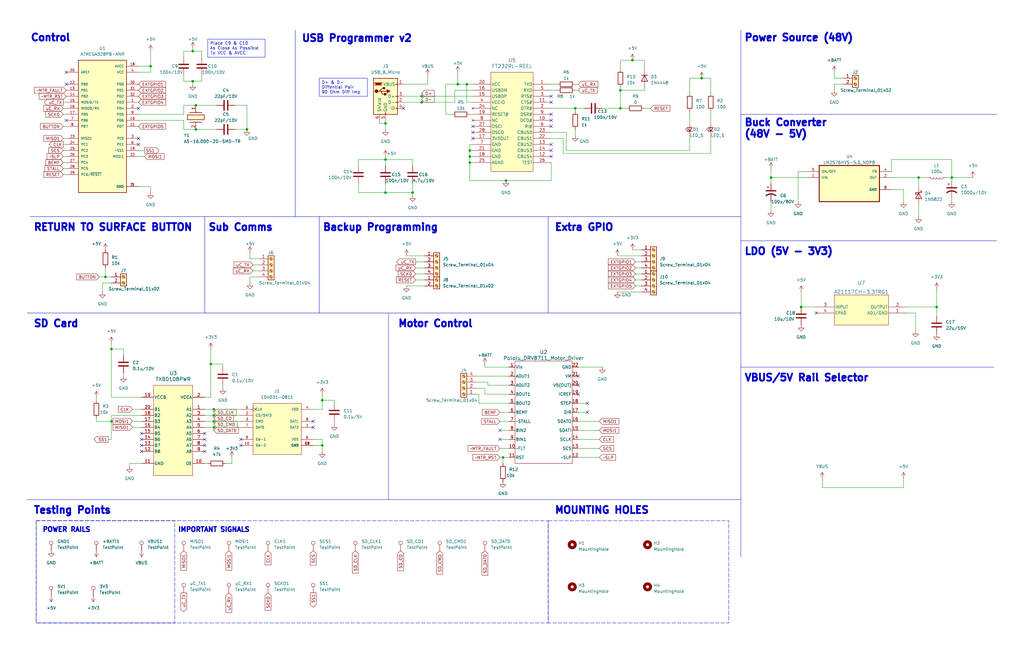
<source format=kicad_sch>
(kicad_sch (version 20230121) (generator eeschema)
  (paper "B")
  (title_block (title "WaveWise Buoy Schematic") (date "2023-10-14") (rev "Rev1"))
  (junction (at 295.91 33.02))
  (junction (at 196.85 35.56))
  (junction (at 135.89 168.91))
  (junction (at 213.36 76.2))
  (junction (at 325.12 74.93))
  (junction (at 387.35 74.93))
  (junction (at 82.55 44.45))
  (junction (at 90.17 172.72))
  (junction (at 177.8 43.18))
  (junction (at 63.5 27.94))
  (junction (at 46.99 177.8))
  (junction (at 135.89 187.96))
  (junction (at 261.62 38.1))
  (junction (at 212.09 193.04))
  (junction (at 82.55 54.61))
  (junction (at 198.12 68.58))
  (junction (at 162.56 52.07))
  (junction (at 162.56 67.31))
  (junction (at 81.28 21.59))
  (junction (at 242.57 45.72))
  (junction (at 193.04 35.56))
  (junction (at 104.14 54.61))
  (junction (at 177.8 40.64))
  (junction (at 198.12 66.04))
  (junction (at 266.7 25.4))
  (junction (at 162.56 81.28))
  (junction (at 81.28 34.29))
  (junction (at 401.32 74.93))
  (junction (at 88.9 153.67))
  (junction (at 90.17 180.34))
  (junction (at 394.97 129.54))
  (junction (at 46.99 147.32))
  (junction (at 173.99 81.28))
  (junction (at 198.12 63.5))
  (junction (at 337.82 129.54))
  (junction (at 261.62 45.72))
  (junction (at 90.17 177.8))
  (junction (at 90.17 175.26))
  (junction (at 44.45 116.84))
  (no_connect (at 27.94 50.8))
  (no_connect (at 59.69 190.5))
  (no_connect (at 86.36 185.42))
  (no_connect (at 232.41 60.96))
  (no_connect (at 58.42 60.96))
  (no_connect (at 199.39 53.34))
  (no_connect (at 199.39 55.88))
  (no_connect (at 86.36 187.96))
  (no_connect (at 210.82 181.61))
  (no_connect (at 232.41 43.18))
  (no_connect (at 247.65 170.18))
  (no_connect (at 101.6 185.42))
  (no_connect (at 132.08 180.34))
  (no_connect (at 247.65 173.99))
  (no_connect (at 27.94 30.48))
  (no_connect (at 58.42 58.42))
  (no_connect (at 59.69 185.42))
  (no_connect (at 232.41 50.8))
  (no_connect (at 27.94 35.56))
  (no_connect (at 344.17 132.08))
  (no_connect (at 59.69 182.88))
  (no_connect (at 58.42 45.72))
  (no_connect (at 243.84 158.75))
  (no_connect (at 59.69 187.96))
  (no_connect (at 232.41 48.26))
  (no_connect (at 199.39 58.42))
  (no_connect (at 232.41 63.5))
  (no_connect (at 86.36 190.5))
  (no_connect (at 232.41 53.34))
  (no_connect (at 170.18 45.72))
  (no_connect (at 210.82 185.42))
  (no_connect (at 243.84 162.56))
  (no_connect (at 232.41 40.64))
  (no_connect (at 101.6 187.96))
  (no_connect (at 232.41 66.04))
  (no_connect (at 243.84 166.37))
  (no_connect (at 86.36 182.88))
  (no_connect (at 132.08 177.8))
  (polyline (pts (xy 312.42 101.6) (xy 420.37 101.6)))
  (wire (pts (xy 177.8 39.37) (xy 177.8 40.64)))
  (wire (pts (xy 63.5 78.74) (xy 63.5 81.28)))
  (wire (pts (xy 105.41 116.84) (xy 109.22 116.84)))
  (wire (pts (xy 82.55 54.61) (xy 82.55 52.07)))
  (wire (pts (xy 26.67 43.18) (xy 27.94 43.18)))
  (wire (pts (xy 210.82 193.04) (xy 212.09 193.04)))
  (wire (pts (xy 162.56 81.28) (xy 173.99 81.28)))
  (wire (pts (xy 52.07 149.86) (xy 52.07 147.32)))
  (wire (pts (xy 170.18 43.18) (xy 177.8 43.18)))
  (wire (pts (xy 170.18 40.64) (xy 177.8 40.64)))
  (wire (pts (xy 44.45 116.84) (xy 46.99 116.84)))
  (wire (pts (xy 90.17 176.53) (xy 90.17 175.26)))
  (wire (pts (xy 198.12 66.04) (xy 198.12 68.58)))
  (wire (pts (xy 375.92 74.93) (xy 387.35 74.93)))
  (wire (pts (xy 237.49 58.42) (xy 232.41 58.42)))
  (wire (pts (xy 88.9 167.64) (xy 88.9 153.67)))
  (wire (pts (xy 40.64 177.8) (xy 46.99 177.8)))
  (wire (pts (xy 200.66 158.75) (xy 214.63 158.75)))
  (wire (pts (xy 151.13 69.85) (xy 151.13 67.31)))
  (wire (pts (xy 85.09 21.59) (xy 85.09 24.13)))
  (wire (pts (xy 60.96 63.5) (xy 58.42 63.5)))
  (wire (pts (xy 198.12 76.2) (xy 213.36 76.2)))
  (wire (pts (xy 171.45 120.65) (xy 179.07 120.65)))
  (wire (pts (xy 254 45.72) (xy 261.62 45.72)))
  (wire (pts (xy 214.63 170.18) (xy 201.93 170.18)))
  (wire (pts (xy 243.84 193.04) (xy 252.73 193.04)))
  (polyline (pts (xy 86.36 91.44) (xy 86.36 132.08)))
  (wire (pts (xy 162.56 50.8) (xy 162.56 52.07)))
  (wire (pts (xy 299.72 33.02) (xy 295.91 33.02)))
  (wire (pts (xy 58.42 27.94) (xy 63.5 27.94)))
  (wire (pts (xy 46.99 177.8) (xy 46.99 185.42)))
  (wire (pts (xy 267.97 110.49) (xy 270.51 110.49)))
  (wire (pts (xy 382.27 129.54) (xy 394.97 129.54)))
  (wire (pts (xy 88.9 147.32) (xy 88.9 153.67)))
  (wire (pts (xy 26.67 58.42) (xy 27.94 58.42)))
  (wire (pts (xy 205.74 162.56) (xy 214.63 162.56)))
  (wire (pts (xy 387.35 74.93) (xy 391.16 74.93)))
  (wire (pts (xy 201.93 170.18) (xy 201.93 166.37)))
  (wire (pts (xy 238.76 55.88) (xy 232.41 55.88)))
  (wire (pts (xy 77.47 44.45) (xy 82.55 44.45)))
  (wire (pts (xy 86.36 195.58) (xy 87.63 195.58)))
  (wire (pts (xy 204.47 166.37) (xy 214.63 166.37)))
  (wire (pts (xy 180.34 31.75) (xy 180.34 35.56)))
  (wire (pts (xy 86.36 167.64) (xy 88.9 167.64)))
  (wire (pts (xy 26.67 63.5) (xy 27.94 63.5)))
  (wire (pts (xy 135.89 168.91) (xy 135.89 172.72)))
  (wire (pts (xy 44.45 113.03) (xy 44.45 116.84)))
  (wire (pts (xy 58.42 48.26) (xy 77.47 48.26)))
  (wire (pts (xy 162.56 67.31) (xy 173.99 67.31)))
  (wire (pts (xy 199.39 63.5) (xy 198.12 63.5)))
  (wire (pts (xy 63.5 27.94) (xy 63.5 30.48)))
  (wire (pts (xy 213.36 76.2) (xy 232.41 76.2)))
  (wire (pts (xy 132.08 187.96) (xy 135.89 187.96)))
  (wire (pts (xy 344.17 129.54) (xy 337.82 129.54)))
  (wire (pts (xy 77.47 31.75) (xy 77.47 34.29)))
  (wire (pts (xy 40.64 168.91) (xy 40.64 167.64)))
  (wire (pts (xy 266.7 105.41) (xy 270.51 105.41)))
  (wire (pts (xy 242.57 45.72) (xy 242.57 46.99)))
  (wire (pts (xy 210.82 189.23) (xy 214.63 189.23)))
  (wire (pts (xy 171.45 107.95) (xy 179.07 107.95)))
  (wire (pts (xy 204.47 154.94) (xy 214.63 154.94)))
  (wire (pts (xy 212.09 193.04) (xy 212.09 195.58)))
  (wire (pts (xy 398.78 74.93) (xy 401.32 74.93)))
  (wire (pts (xy 93.98 154.94) (xy 93.98 153.67)))
  (wire (pts (xy 26.67 45.72) (xy 27.94 45.72)))
  (wire (pts (xy 325.12 74.93) (xy 340.36 74.93)))
  (wire (pts (xy 290.83 57.15) (xy 290.83 63.5)))
  (wire (pts (xy 261.62 38.1) (xy 261.62 45.72)))
  (wire (pts (xy 238.76 63.5) (xy 238.76 55.88)))
  (wire (pts (xy 346.71 201.93) (xy 346.71 205.74)))
  (wire (pts (xy 198.12 60.96) (xy 198.12 63.5)))
  (wire (pts (xy 325.12 74.93) (xy 325.12 77.47)))
  (wire (pts (xy 394.97 133.35) (xy 394.97 129.54)))
  (wire (pts (xy 381 201.93) (xy 381 205.74)))
  (wire (pts (xy 243.84 177.8) (xy 252.73 177.8)))
  (wire (pts (xy 60.96 66.04) (xy 58.42 66.04)))
  (wire (pts (xy 26.67 68.58) (xy 27.94 68.58)))
  (wire (pts (xy 43.18 119.38) (xy 46.99 119.38)))
  (wire (pts (xy 199.39 66.04) (xy 198.12 66.04)))
  (wire (pts (xy 261.62 36.83) (xy 261.62 38.1)))
  (wire (pts (xy 135.89 187.96) (xy 135.89 185.42)))
  (wire (pts (xy 93.98 163.83) (xy 93.98 162.56)))
  (wire (pts (xy 382.27 132.08) (xy 386.08 132.08)))
  (polyline (pts (xy 11.43 132.08) (xy 312.42 132.08)))
  (wire (pts (xy 267.97 118.11) (xy 270.51 118.11)))
  (wire (pts (xy 26.67 71.12) (xy 27.94 71.12)))
  (wire (pts (xy 325.12 85.09) (xy 325.12 88.9)))
  (wire (pts (xy 77.47 34.29) (xy 81.28 34.29)))
  (wire (pts (xy 243.84 189.23) (xy 252.73 189.23)))
  (polyline (pts (xy 11.43 210.82) (xy 312.42 210.82)))
  (wire (pts (xy 26.67 53.34) (xy 27.94 53.34)))
  (wire (pts (xy 105.41 106.68) (xy 105.41 109.22)))
  (wire (pts (xy 260.35 123.19) (xy 270.51 123.19)))
  (polyline (pts (xy 124.46 12.7) (xy 124.46 91.44)))
  (wire (pts (xy 55.88 172.72) (xy 59.69 172.72)))
  (wire (pts (xy 243.84 154.94) (xy 254 154.94)))
  (wire (pts (xy 243.84 173.99) (xy 247.65 173.99)))
  (wire (pts (xy 90.17 181.61) (xy 90.17 180.34)))
  (wire (pts (xy 290.83 46.99) (xy 290.83 52.07)))
  (wire (pts (xy 90.17 180.34) (xy 101.6 180.34)))
  (wire (pts (xy 81.28 21.59) (xy 81.28 20.32)))
  (wire (pts (xy 90.17 177.8) (xy 101.6 177.8)))
  (wire (pts (xy 267.97 115.57) (xy 270.51 115.57)))
  (wire (pts (xy 295.91 33.02) (xy 290.83 33.02)))
  (wire (pts (xy 90.17 173.99) (xy 90.17 172.72)))
  (wire (pts (xy 177.8 41.91) (xy 177.8 43.18)))
  (wire (pts (xy 151.13 67.31) (xy 162.56 67.31)))
  (wire (pts (xy 340.36 72.39) (xy 336.55 72.39)))
  (wire (pts (xy 394.97 129.54) (xy 394.97 121.92)))
  (wire (pts (xy 90.17 172.72) (xy 101.6 172.72)))
  (wire (pts (xy 261.62 38.1) (xy 271.78 38.1)))
  (wire (pts (xy 140.97 179.07) (xy 140.97 177.8)))
  (wire (pts (xy 351.79 35.56) (xy 355.6 35.56)))
  (wire (pts (xy 26.67 73.66) (xy 27.94 73.66)))
  (wire (pts (xy 196.85 35.56) (xy 199.39 35.56)))
  (wire (pts (xy 173.99 81.28) (xy 173.99 82.55)))
  (wire (pts (xy 237.49 58.42) (xy 237.49 64.77)))
  (wire (pts (xy 46.99 177.8) (xy 46.99 175.26)))
  (wire (pts (xy 175.26 118.11) (xy 179.07 118.11)))
  (wire (pts (xy 95.25 195.58) (xy 97.79 195.58)))
  (wire (pts (xy 105.41 119.38) (xy 105.41 116.84)))
  (wire (pts (xy 58.42 30.48) (xy 63.5 30.48)))
  (wire (pts (xy 210.82 185.42) (xy 214.63 185.42)))
  (wire (pts (xy 86.36 177.8) (xy 90.17 177.8)))
  (wire (pts (xy 242.57 45.72) (xy 246.38 45.72)))
  (wire (pts (xy 210.82 181.61) (xy 214.63 181.61)))
  (wire (pts (xy 267.97 120.65) (xy 270.51 120.65)))
  (wire (pts (xy 106.68 114.3) (xy 109.22 114.3)))
  (wire (pts (xy 104.14 44.45) (xy 99.06 44.45)))
  (wire (pts (xy 232.41 35.56) (xy 234.95 35.56)))
  (wire (pts (xy 336.55 72.39) (xy 336.55 85.09)))
  (wire (pts (xy 266.7 25.4) (xy 271.78 25.4)))
  (wire (pts (xy 196.85 35.56) (xy 196.85 43.18)))
  (wire (pts (xy 40.64 176.53) (xy 40.64 177.8)))
  (wire (pts (xy 271.78 36.83) (xy 271.78 38.1)))
  (wire (pts (xy 191.77 38.1) (xy 191.77 43.18)))
  (wire (pts (xy 46.99 144.78) (xy 46.99 147.32)))
  (wire (pts (xy 162.56 67.31) (xy 162.56 66.04)))
  (wire (pts (xy 105.41 109.22) (xy 109.22 109.22)))
  (wire (pts (xy 81.28 34.29) (xy 81.28 35.56)))
  (wire (pts (xy 82.55 54.61) (xy 91.44 54.61)))
  (wire (pts (xy 243.84 185.42) (xy 252.73 185.42)))
  (wire (pts (xy 237.49 64.77) (xy 299.72 64.77)))
  (wire (pts (xy 45.72 185.42) (xy 46.99 185.42)))
  (wire (pts (xy 242.57 38.1) (xy 243.84 38.1)))
  (wire (pts (xy 26.67 48.26) (xy 27.94 48.26)))
  (wire (pts (xy 204.47 163.83) (xy 200.66 163.83)))
  (wire (pts (xy 355.6 33.02) (xy 351.79 33.02)))
  (wire (pts (xy 41.91 116.84) (xy 44.45 116.84)))
  (wire (pts (xy 162.56 81.28) (xy 162.56 77.47)))
  (wire (pts (xy 26.67 60.96) (xy 27.94 60.96)))
  (wire (pts (xy 325.12 71.12) (xy 325.12 74.93)))
  (wire (pts (xy 205.74 161.29) (xy 200.66 161.29)))
  (wire (pts (xy 260.35 107.95) (xy 270.51 107.95)))
  (wire (pts (xy 243.84 181.61) (xy 252.73 181.61)))
  (polyline (pts (xy 12.7 91.44) (xy 312.42 91.44)))
  (wire (pts (xy 175.26 110.49) (xy 179.07 110.49)))
  (wire (pts (xy 351.79 38.1) (xy 351.79 35.56)))
  (wire (pts (xy 177.8 40.64) (xy 199.39 40.64)))
  (wire (pts (xy 193.04 35.56) (xy 196.85 35.56)))
  (wire (pts (xy 187.96 35.56) (xy 193.04 35.56)))
  (wire (pts (xy 351.79 33.02) (xy 351.79 30.48)))
  (wire (pts (xy 261.62 25.4) (xy 266.7 25.4)))
  (wire (pts (xy 299.72 46.99) (xy 299.72 52.07)))
  (wire (pts (xy 173.99 67.31) (xy 173.99 69.85)))
  (wire (pts (xy 160.02 50.8) (xy 160.02 52.07)))
  (wire (pts (xy 187.96 48.26) (xy 190.5 48.26)))
  (wire (pts (xy 46.99 147.32) (xy 46.99 167.64)))
  (wire (pts (xy 54.61 195.58) (xy 59.69 195.58)))
  (wire (pts (xy 160.02 52.07) (xy 162.56 52.07)))
  (wire (pts (xy 198.12 63.5) (xy 198.12 66.04)))
  (wire (pts (xy 198.12 48.26) (xy 199.39 48.26)))
  (polyline (pts (xy 312.42 154.94) (xy 419.1 154.94)))
  (wire (pts (xy 52.07 158.75) (xy 52.07 157.48)))
  (wire (pts (xy 401.32 74.93) (xy 401.32 67.31)))
  (wire (pts (xy 81.28 21.59) (xy 85.09 21.59)))
  (wire (pts (xy 205.74 162.56) (xy 205.74 161.29)))
  (wire (pts (xy 104.14 44.45) (xy 104.14 54.61)))
  (wire (pts (xy 386.08 132.08) (xy 386.08 139.7)))
  (wire (pts (xy 90.17 179.07) (xy 90.17 177.8)))
  (wire (pts (xy 58.42 50.8) (xy 77.47 50.8)))
  (wire (pts (xy 204.47 154.94) (xy 204.47 153.67)))
  (wire (pts (xy 63.5 27.94) (xy 63.5 21.59)))
  (wire (pts (xy 135.89 168.91) (xy 140.97 168.91)))
  (wire (pts (xy 90.17 175.26) (xy 101.6 175.26)))
  (wire (pts (xy 59.69 167.64) (xy 46.99 167.64)))
  (wire (pts (xy 106.68 111.76) (xy 109.22 111.76)))
  (polyline (pts (xy 231.14 91.44) (xy 231.14 132.08)))
  (wire (pts (xy 86.36 180.34) (xy 90.17 180.34)))
  (wire (pts (xy 88.9 153.67) (xy 93.98 153.67)))
  (wire (pts (xy 77.47 24.13) (xy 77.47 21.59)))
  (wire (pts (xy 82.55 44.45) (xy 91.44 44.45)))
  (wire (pts (xy 401.32 67.31) (xy 375.92 67.31)))
  (wire (pts (xy 173.99 81.28) (xy 173.99 77.47)))
  (wire (pts (xy 26.67 66.04) (xy 27.94 66.04)))
  (wire (pts (xy 232.41 68.58) (xy 232.41 76.2)))
  (wire (pts (xy 375.92 80.01) (xy 381 80.01)))
  (polyline (pts (xy 312.42 48.26) (xy 420.37 48.26)))
  (wire (pts (xy 201.93 166.37) (xy 200.66 166.37)))
  (wire (pts (xy 346.71 205.74) (xy 381 205.74)))
  (wire (pts (xy 170.18 35.56) (xy 180.34 35.56)))
  (wire (pts (xy 261.62 45.72) (xy 264.16 45.72)))
  (wire (pts (xy 97.79 193.04) (xy 97.79 195.58)))
  (wire (pts (xy 55.88 180.34) (xy 59.69 180.34)))
  (wire (pts (xy 238.76 63.5) (xy 290.83 63.5)))
  (polyline (pts (xy 134.62 91.44) (xy 134.62 132.08)))
  (wire (pts (xy 199.39 68.58) (xy 198.12 68.58)))
  (wire (pts (xy 401.32 74.93) (xy 401.32 76.2)))
  (wire (pts (xy 77.47 54.61) (xy 82.55 54.61)))
  (wire (pts (xy 261.62 25.4) (xy 261.62 29.21)))
  (wire (pts (xy 77.47 44.45) (xy 77.47 48.26)))
  (wire (pts (xy 290.83 33.02) (xy 290.83 39.37)))
  (wire (pts (xy 212.09 193.04) (xy 214.63 193.04)))
  (wire (pts (xy 151.13 77.47) (xy 151.13 81.28)))
  (wire (pts (xy 375.92 67.31) (xy 375.92 72.39)))
  (wire (pts (xy 151.13 81.28) (xy 162.56 81.28)))
  (wire (pts (xy 210.82 173.99) (xy 214.63 173.99)))
  (wire (pts (xy 177.8 43.18) (xy 191.77 43.18)))
  (wire (pts (xy 81.28 34.29) (xy 85.09 34.29)))
  (wire (pts (xy 77.47 21.59) (xy 81.28 21.59)))
  (wire (pts (xy 198.12 60.96) (xy 199.39 60.96)))
  (wire (pts (xy 135.89 166.37) (xy 135.89 168.91)))
  (wire (pts (xy 271.78 25.4) (xy 271.78 29.21)))
  (wire (pts (xy 43.18 123.19) (xy 43.18 119.38)))
  (wire (pts (xy 381 80.01) (xy 381 85.09)))
  (wire (pts (xy 135.89 172.72) (xy 132.08 172.72)))
  (wire (pts (xy 135.89 190.5) (xy 135.89 187.96)))
  (wire (pts (xy 58.42 78.74) (xy 63.5 78.74)))
  (wire (pts (xy 77.47 50.8) (xy 77.47 54.61)))
  (wire (pts (xy 175.26 113.03) (xy 179.07 113.03)))
  (wire (pts (xy 387.35 86.36) (xy 387.35 91.44)))
  (wire (pts (xy 401.32 83.82) (xy 401.32 85.09)))
  (wire (pts (xy 54.61 195.58) (xy 54.61 196.85)))
  (wire (pts (xy 387.35 74.93) (xy 387.35 78.74)))
  (wire (pts (xy 140.97 170.18) (xy 140.97 168.91)))
  (wire (pts (xy 242.57 54.61) (xy 242.57 57.15)))
  (wire (pts (xy 55.88 177.8) (xy 59.69 177.8)))
  (wire (pts (xy 299.72 57.15) (xy 299.72 64.77)))
  (wire (pts (xy 135.89 185.42) (xy 132.08 185.42)))
  (wire (pts (xy 337.82 123.19) (xy 337.82 129.54)))
  (wire (pts (xy 99.06 54.61) (xy 104.14 54.61)))
  (wire (pts (xy 162.56 52.07) (xy 162.56 54.61)))
  (wire (pts (xy 86.36 172.72) (xy 90.17 172.72)))
  (wire (pts (xy 187.96 35.56) (xy 187.96 48.26)))
  (wire (pts (xy 46.99 175.26) (xy 59.69 175.26)))
  (wire (pts (xy 232.41 38.1) (xy 234.95 38.1)))
  (wire (pts (xy 191.77 38.1) (xy 199.39 38.1)))
  (wire (pts (xy 271.78 45.72) (xy 274.32 45.72)))
  (wire (pts (xy 198.12 68.58) (xy 198.12 76.2)))
  (wire (pts (xy 210.82 177.8) (xy 214.63 177.8)))
  (wire (pts (xy 401.32 74.93) (xy 410.21 74.93)))
  (wire (pts (xy 204.47 166.37) (xy 204.47 163.83)))
  (polyline (pts (xy 163.83 132.08) (xy 163.83 210.82)))
  (wire (pts (xy 232.41 45.72) (xy 242.57 45.72)))
  (wire (pts (xy 46.99 147.32) (xy 52.07 147.32)))
  (wire (pts (xy 196.85 43.18) (xy 199.39 43.18)))
  (wire (pts (xy 299.72 33.02) (xy 299.72 39.37)))
  (wire (pts (xy 85.09 34.29) (xy 85.09 31.75)))
  (wire (pts (xy 267.97 113.03) (xy 270.51 113.03)))
  (wire (pts (xy 242.57 35.56) (xy 243.84 35.56)))
  (polyline (pts (xy 312.42 12.7) (xy 312.42 234.95)))
  (wire (pts (xy 86.36 175.26) (xy 90.17 175.26)))
  (wire (pts (xy 162.56 67.31) (xy 162.56 69.85)))
  (wire (pts (xy 243.84 170.18) (xy 247.65 170.18)))
  (wire (pts (xy 193.04 30.48) (xy 193.04 35.56)))
  (wire (pts (xy 175.26 115.57) (xy 179.07 115.57)))
  (rectangle (start 15.24 219.71) (end 231.14 262.89) (stroke (width 0) (type dash)))
  (rectangle (start 231.14 219.71) (end 307.34 262.89) (stroke (width 0) (type dash)))
  (rectangle (start 15.24 219.71) (end 73.66 262.89) (stroke (width 0) (type dash)))
  (text_box "D+ & D- \nDiffential Pair\n90 Ohm Diff Imp" (at 134.62 33.02 0) (size 20.32 7.62) (effects (font (size 1.27 1.27)) (justify left top)))
  (text_box "Place C9 & C10\nAs Close As Possible\nTo VCC & AVCC" (at 87.63 16.51 0) (size 24.13 7.62) (effects (font (size 1.27 1.27)) (justify left top)))
  (text "RETURN TO SURFACE BUTTON\n" (at 13.97 97.79 0) (effects (font (size 3 3) (thickness 1) bold) (justify left bottom)))
  (text "MOUNTING HOLES\n" (at 233.68 217.17 0) (effects (font (size 3 3) (thickness 1) bold) (justify left bottom)))
  (text "USB Programmer v2\n\n" (at 127 22.86 0) (effects (font (size 3 3) (thickness 1) bold) (justify left bottom)))
  (text "(kicad_pcb (version 20221018) (generator pcbnew)\n\n(layers\n  (0 \"F.Cu\" signal)\n  (1 \"In1.Cu\" signal)\n  (2 \"In2.Cu\" signal)\n  (31 \"B.Cu\" signal)\n  (32 \"B.Adhes\" user \"B.Adhesive\")\n  (33 \"F.Adhes\" user \"F.Adhesive\")\n  (34 \"B.Paste\" user)\n  (35 \"F.Paste\" user)\n  (36 \"B.SilkS\" user \"B.Silkscreen\")\n  (37 \"F.SilkS\" user \"F.Silkscreen\")\n  (38 \"B.Mask\" user)\n  (39 \"F.Mask\" user)\n  (40 \"Dwgs.User\" user \"User.Drawings\")\n  (41 \"Cmts.User\" user \"User.Comments\")\n  (42 \"Eco1.User\" user \"User.Eco1\")\n  (43 \"Eco2.User\" user \"User.Eco2\")\n  (44 \"Edge.Cuts\" user)\n  (45 \"Margin\" user)\n  (46 \"B.CrtYd\" user \"B.Courtyard\")\n  (47 \"F.CrtYd\" user \"F.Courtyard\")\n  (48 \"B.Fab\" user)\n  (49 \"F.Fab\" user)\n  (50 \"User.1\" user)\n  (51 \"User.2\" user)\n  (52 \"User.3\" user)\n  (53 \"User.4\" user)\n  (54 \"User.5\" user)\n  (55 \"User.6\" user)\n  (56 \"User.7\" user)\n  (57 \"User.8\" user)\n  (58 \"User.9\" user)\n)\n\n(net 0 \"\")\n(net 1 \"+3V3\")\n(net 2 \"GND\")\n(net 3 \"+5V\")\n(net 4 \"Net-(U2-VM)\")\n(net 5 \"Net-(U5-3V3OUT)\")\n(net 6 \"Net-(U5-DTR#)\")\n(net 7 \"RESET\")\n(net 8 \"SD_CS\")\n(net 9 \"Net-(U3-OE)\")\n(net 10 \"Net-(J3-VBUS)\")\n(net 11 \"Net-(U5-RESET#)\")\n(net 12 \"+BATT\")\n(net 13 \"Net-(J4-Pin_4)\")\n(net 14 \"Net-(J4-Pin_3)\")\n(net 15 \"Net-(J4-Pin_2)\")\n(net 16 \"Net-(J4-Pin_1)\")\n(net 17 \"BEMF\")\n(net 18 \"STALL\")\n(net 19 \"unconnected-(U2-BIN2-Pad8)\")\n(net 20 \"unconnected-(U2-BIN1-Pad9)\")\n(net 21 \"~MTR_FAULT\")\n(net 22 \"~MTR_RST\")\n(net 23 \"~SLP\")\n(net 24 \"SCS\")\n(net 25 \"CLK\")\n(net 26 \"MOSI\")\n(net 27 \"MISO\")\n(net 28 \"unconnected-(U2-DIR-Pad17)\")\n(net 29 \"unconnected-(U2-STEP-Pad18)\")\n(net 30 \"unconnected-(U2-ICREF-Pad19)\")\n(net 31 \"unconnected-(U2-V5(OUT)-Pad20)\")\n(net 32 \"unconnected-(J1-DAT1-Pad8)\")\n(net 33 \"Net-(J1-DAT0)\")\n(net 34 \"Net-(J1-CLK)\")\n(net 35 \"Net-(J1-CMD)\")\n(net 36 \"Net-(J1-CD{slash}DAT3)\")\n(net 37 \"unconnected-(J1-DAT2-Pad1)\")\n(net 38 \"unconnected-(J1-SW-1-Pad9)\")\n(net 39 \"unconnected-(J1-SW-2-Pad10)\")\n(net 40 \"Net-(J3-D-)\")\n(net 41 \"Net-(J3-D+)\")\n(net 42 \"unconnected-(J3-ID-Pad4)\")\n(net 43 \"uC_TX\")\n(net 44 \"uC_RX\")\n(net 45 \"SCK0\")\n(net 46 \"BUTTON\")\n(net 47 \"unconnected-(U1-PD3-Pad1)\")\n(net 48 \"unconnected-(U1-PD4-Pad2)\")\n(net 49 \"unconnected-(U1-PE0-Pad3)\")\n(net 50 \"unconnected-(U1-PE1-Pad6)\")\n(net 51 \"unconnected-(U1-PB6-Pad7)\")\n(net 52 \"unconnected-(U1-PD5-Pad9)\")\n(net 53 \"unconnected-(U1-PD6-Pad10)\")\n(net 54 \"unconnected-(U1-PD7-Pad11)\")\n(net 55 \"unconnected-(U1-PB0-Pad12)\")\n(net 56 \"unconnected-(U1-PB1-Pad13)\")\n(net 57 \"unconnected-(U1-PB2-Pad14)\")\n(net 58 \"unconnected-(U1-AVCC-Pad18)\")\n(net 59 \"SS1\")\n(net 60 \"unconnected-(U1-AREF-Pad20)\")\n(net 61 \"MOSI1\")\n(net 62 \"MISO1\")\n(net 63 \"unconnected-(U1-PD0-Pad30)\")\n(net 64 \"unconnected-(U1-PD1-Pad31)\")\n(net 65 \"unconnected-(U1-PD2-Pad32)\")\n(net 66 \"unconnected-(U3-A5-Pad6)\")\n(net 67 \"unconnected-(U3-A6-Pad7)\")\n(net 68 \"unconnected-(U3-A7-Pad8)\")\n(net 69 \"unconnected-(U3-A8-Pad9)\")\n(net 70 \"unconnected-(U3-B8-Pad12)\")\n(net 71 \"unconnected-(U3-B7-Pad13)\")\n(net 72 \"unconnected-(U3-B6-Pad14)\")\n(net 73 \"unconnected-(U3-B5-Pad15)\")\n(net 74 \"unconnected-(U5-RTS#-Pad3)\")\n(net 75 \"unconnected-(U5-RI#-Pad6)\")\n(net 76 \"unconnected-(U5-NC-Pad8)\")\n(net 77 \"unconnected-(U5-DSR#-Pad9)\")\n(net 78 \"unconnected-(U5-DCD#-Pad10)\")\n(net 79 \"unconnected-(U5-CTS#-Pad11)\")\n(net 80 \"unconnected-(U5-CBUS4-Pad12)\")\n(net 81 \"unconnected-(U5-CBUS2-Pad13)\")\n(net 82 \"unconnected-(U5-CBUS3-Pad14)\")\n(net 83 \"unconnected-(U5-CBUS1-Pad22)\")\n(net 84 \"unconnected-(U5-CBUS0-Pad23)\")\n(net 85 \"unconnected-(U5-NC-Pad24)\")\n(net 86 \"unconnected-(U5-OSCI-Pad27)\")\n(net 87 \"unconnected-(U5-OSCO-Pad28)\")\n(net 88 \"unconnected-(U7-EPAD-Pad4)\")\n(net 89 \"Net-(U4-OUT)\")\n\n\n  (via (at 0 0) (size 0.8) (drill 0.4) (layers \"F.Cu\" \"B.Cu\") (free) (net 2) (tstamp 0e4dd49a-e013-4c39-9b4a-fe2f9c0951b4))\n\n)" (at 171.45 -83.82 0) (effects (font (size 1.27 1.27)) (justify left bottom)))
  (text "Testing Points" (at 13.97 217.17 0) (effects (font (size 3 3) (thickness 1) bold) (justify left bottom)))
  (text "Sub Comms" (at 87.63 97.79 0) (effects (font (size 3 3) (thickness 1) bold) (justify left bottom)))
  (text "IMPORTANT SIGNALS" (at 74.93 224.79 0) (effects (font (size 2 2) (thickness 1) bold) (justify left bottom)))
  (text "Extra GPIO" (at 233.68 97.79 0) (effects (font (size 3 3) (thickness 1) bold) (justify left bottom)))
  (text "Buck Converter \n(48V - 5V)\n" (at 313.69 58.42 0) (effects (font (size 3 3) (thickness 1) bold) (justify left bottom)))
  (text "LDO (5V - 3V3)\n" (at 313.69 107.95 0) (effects (font (size 3 3) (thickness 1) bold) (justify left bottom)))
  (text "POWER RAILS" (at 17.78 224.79 0) (effects (font (size 2 2) (thickness 1) bold) (justify left bottom)))
  (text "SD Card\n" (at 13.97 138.43 0) (effects (font (size 3 3) (thickness 1) bold) (justify left bottom)))
  (text "VBUS/5V Rail Selector\n" (at 313.69 161.29 0) (effects (font (size 3 3) (thickness 1) bold) (justify left bottom)))
  (text "Motor Control" (at 167.64 138.43 0) (effects (font (size 3 3) (thickness 1) bold) (justify left bottom)))
  (text "Power Source (48V)" (at 313.69 17.78 0) (effects (font (size 3 3) (thickness 1) bold) (justify left bottom)))
  (text "Control" (at 12.7 17.78 0) (effects (font (size 3 3) (thickness 1) bold) (justify left bottom)))
  (text "Backup Programming\n" (at 135.89 97.79 0) (effects (font (size 3 3) (thickness 1) bold) (justify left bottom)))
  (global_label "~MTR_RST" (shape input) (at 210.82 193.04 180) (property "Intersheetrefs" "${INTERSHEET_REFS}" (effects hide)))
  (global_label "STALL" (shape input) (at 26.67 71.12 180) (property "Intersheetrefs" "${INTERSHEET_REFS}" (effects hide)))
  (global_label "uC_RX" (shape input) (at 175.26 113.03 180) (property "Intersheetrefs" "${INTERSHEET_REFS}" (effects hide)))
  (global_label "SCS" (shape input) (at 26.67 63.5 180) (property "Intersheetrefs" "${INTERSHEET_REFS}" (effects hide)))
  (global_label "SS1" (shape output) (at 45.72 185.42 180) (property "Intersheetrefs" "${INTERSHEET_REFS}" (effects hide)))
  (global_label "SD_DAT0" (shape input) (at 90.17 181.61 0) (property "Intersheetrefs" "${INTERSHEET_REFS}" (effects hide)))
  (global_label "MOSI1" (shape input) (at 96.52 232.41 270) (property "Intersheetrefs" "${INTERSHEET_REFS}" (effects hide)))
  (global_label "~MTR_FAULT" (shape input) (at 210.82 189.23 180) (property "Intersheetrefs" "${INTERSHEET_REFS}" (effects hide)))
  (global_label "CLK" (shape input) (at 113.03 232.41 270) (property "Intersheetrefs" "${INTERSHEET_REFS}" (effects hide)))
  (global_label "RESET" (shape input) (at 175.26 118.11 180) (property "Intersheetrefs" "${INTERSHEET_REFS}" (effects hide)))
  (global_label "EXTGPIO5" (shape input) (at 58.42 53.34 0) (property "Intersheetrefs" "${INTERSHEET_REFS}" (effects hide)))
  (global_label "CLK" (shape input) (at 252.73 185.42 0) (property "Intersheetrefs" "${INTERSHEET_REFS}" (effects hide)))
  (global_label "uC_TX" (shape output) (at 175.26 110.49 180) (property "Intersheetrefs" "${INTERSHEET_REFS}" (effects hide)))
  (global_label "EXTGPIO3" (shape input) (at 58.42 40.64 0) (property "Intersheetrefs" "${INTERSHEET_REFS}" (effects hide)))
  (global_label "EXTGPIO1" (shape input) (at 267.97 110.49 180) (property "Intersheetrefs" "${INTERSHEET_REFS}" (effects hide)))
  (global_label "uC_TX" (shape input) (at 106.68 111.76 180) (property "Intersheetrefs" "${INTERSHEET_REFS}" (effects hide)))
  (global_label "uC_RX" (shape input) (at 96.52 250.19 270) (property "Intersheetrefs" "${INTERSHEET_REFS}" (effects hide)))
  (global_label "BEMF" (shape input) (at 26.67 68.58 180) (property "Intersheetrefs" "${INTERSHEET_REFS}" (effects hide)))
  (global_label "RESET" (shape input) (at 26.67 73.66 180) (property "Intersheetrefs" "${INTERSHEET_REFS}" (effects hide)))
  (global_label "uC_RX" (shape input) (at 106.68 114.3 180) (property "Intersheetrefs" "${INTERSHEET_REFS}" (effects hide)))
  (global_label "EXTGPIO2" (shape input) (at 267.97 113.03 180) (property "Intersheetrefs" "${INTERSHEET_REFS}" (effects hide)))
  (global_label "SCK0" (shape input) (at 26.67 48.26 180) (property "Intersheetrefs" "${INTERSHEET_REFS}" (effects hide)))
  (global_label "SD_CD" (shape input) (at 90.17 176.53 0) (property "Intersheetrefs" "${INTERSHEET_REFS}" (effects hide)))
  (global_label "EXTGPIO4" (shape input) (at 58.42 43.18 0) (property "Intersheetrefs" "${INTERSHEET_REFS}" (effects hide)))
  (global_label "EXTGPIO5" (shape input) (at 267.97 120.65 180) (property "Intersheetrefs" "${INTERSHEET_REFS}" (effects hide)))
  (global_label "SCS" (shape input) (at 132.08 232.41 270) (property "Intersheetrefs" "${INTERSHEET_REFS}" (effects hide)))
  (global_label "~SLP" (shape input) (at 252.73 193.04 0) (property "Intersheetrefs" "${INTERSHEET_REFS}" (effects hide)))
  (global_label "~MTR_RST" (shape input) (at 27.94 40.64 180) (property "Intersheetrefs" "${INTERSHEET_REFS}" (effects hide)))
  (global_label "D+" (shape input) (at 177.8 39.37 0) (property "Intersheetrefs" "${INTERSHEET_REFS}" (effects hide)))
  (global_label "SD_DAT0" (shape input) (at 204.47 232.41 270) (property "Intersheetrefs" "${INTERSHEET_REFS}" (effects hide)))
  (global_label "SD_CD" (shape input) (at 168.91 232.41 270) (property "Intersheetrefs" "${INTERSHEET_REFS}" (effects hide)))
  (global_label "MISO1" (shape input) (at 55.88 180.34 180) (property "Intersheetrefs" "${INTERSHEET_REFS}" (effects hide)))
  (global_label "MOSI1" (shape input) (at 252.73 181.61 0) (property "Intersheetrefs" "${INTERSHEET_REFS}" (effects hide)))
  (global_label "BUTTON" (shape input) (at 41.91 116.84 180) (property "Intersheetrefs" "${INTERSHEET_REFS}" (effects hide)))
  (global_label "SCK0" (shape input) (at 175.26 115.57 180) (property "Intersheetrefs" "${INTERSHEET_REFS}" (effects hide)))
  (global_label "uC_TX" (shape output) (at 26.67 43.18 180) (property "Intersheetrefs" "${INTERSHEET_REFS}" (effects hide)))
  (global_label "~SLP" (shape input) (at 26.67 66.04 180) (property "Intersheetrefs" "${INTERSHEET_REFS}" (effects hide)))
  (global_label "uC_TX" (shape input) (at 243.84 38.1 0) (property "Intersheetrefs" "${INTERSHEET_REFS}" (effects hide)))
  (global_label "EXTGPIO4" (shape input) (at 267.97 118.11 180) (property "Intersheetrefs" "${INTERSHEET_REFS}" (effects hide)))
  (global_label "BUTTON" (shape input) (at 26.67 53.34 180) (property "Intersheetrefs" "${INTERSHEET_REFS}" (effects hide)))
  (global_label "uC_RX" (shape input) (at 243.84 35.56 0) (property "Intersheetrefs" "${INTERSHEET_REFS}" (effects hide)))
  (global_label "SS1" (shape output) (at 60.96 63.5 0) (property "Intersheetrefs" "${INTERSHEET_REFS}" (effects hide)))
  (global_label "BEMF" (shape input) (at 210.82 173.99 180) (property "Intersheetrefs" "${INTERSHEET_REFS}" (effects hide)))
  (global_label "RESET" (shape input) (at 274.32 45.72 0) (property "Intersheetrefs" "${INTERSHEET_REFS}" (effects hide)))
  (global_label "STALL" (shape input) (at 210.82 177.8 180) (property "Intersheetrefs" "${INTERSHEET_REFS}" (effects hide)))
  (global_label "MISO1" (shape input) (at 26.67 58.42 180) (property "Intersheetrefs" "${INTERSHEET_REFS}" (effects hide)))
  (global_label "SD_CLK" (shape input) (at 149.86 232.41 270) (property "Intersheetrefs" "${INTERSHEET_REFS}" (effects hide)))
  (global_label "SCK0" (shape input) (at 113.03 250.19 270) (property "Intersheetrefs" "${INTERSHEET_REFS}" (effects hide)))
  (global_label "SCS" (shape input) (at 252.73 189.23 0) (property "Intersheetrefs" "${INTERSHEET_REFS}" (effects hide)))
  (global_label "~MTR_FAULT" (shape input) (at 27.94 38.1 180) (property "Intersheetrefs" "${INTERSHEET_REFS}" (effects hide)))
  (global_label "MISO1" (shape input) (at 77.47 232.41 270) (property "Intersheetrefs" "${INTERSHEET_REFS}" (effects hide)))
  (global_label "uC_RX" (shape input) (at 26.67 45.72 180) (property "Intersheetrefs" "${INTERSHEET_REFS}" (effects hide)))
  (global_label "MOSI1" (shape input) (at 60.96 66.04 0) (property "Intersheetrefs" "${INTERSHEET_REFS}" (effects hide)))
  (global_label "SS1" (shape output) (at 132.08 250.19 270) (property "Intersheetrefs" "${INTERSHEET_REFS}" (effects hide)))
  (global_label "SD_CMD" (shape input) (at 185.42 232.41 270) (property "Intersheetrefs" "${INTERSHEET_REFS}" (effects hide)))
  (global_label "EXTGPIO1" (shape input) (at 58.42 35.56 0) (property "Intersheetrefs" "${INTERSHEET_REFS}" (effects hide)))
  (global_label "uC_TX" (shape output) (at 77.47 250.19 270) (property "Intersheetrefs" "${INTERSHEET_REFS}" (effects hide)))
  (global_label "MOSI1" (shape input) (at 55.88 177.8 180) (property "Intersheetrefs" "${INTERSHEET_REFS}" (effects hide)))
  (global_label "CLK" (shape input) (at 55.88 172.72 180) (property "Intersheetrefs" "${INTERSHEET_REFS}" (effects hide)))
  (global_label "MISO1" (shape input) (at 252.73 177.8 0) (property "Intersheetrefs" "${INTERSHEET_REFS}" (effects hide)))
  (global_label "EXTGPIO2" (shape input) (at 58.42 38.1 0) (property "Intersheetrefs" "${INTERSHEET_REFS}" (effects hide)))
  (global_label "SD_CLK" (shape input) (at 90.17 173.99 0) (property "Intersheetrefs" "${INTERSHEET_REFS}" (effects hide)))
  (global_label "SD_CMD" (shape input) (at 90.17 179.07 0) (property "Intersheetrefs" "${INTERSHEET_REFS}" (effects hide)))
  (global_label "D-" (shape input) (at 177.8 41.91 0) (property "Intersheetrefs" "${INTERSHEET_REFS}" (effects hide)))
  (global_label "EXTGPIO3" (shape input) (at 267.97 115.57 180) (property "Intersheetrefs" "${INTERSHEET_REFS}" (effects hide)))
  (global_label "CLK" (shape output) (at 26.67 60.96 180) (property "Intersheetrefs" "${INTERSHEET_REFS}" (effects hide)))
  (symbol (lib_id "power:+5V") (at 162.56 66.04 0) (unit 1)
    (property "Reference" "#PWR031" (effects hide))
    (property "Value" "+5V" (at 165.1 64.77 0))
  )
  (symbol (lib_id "power:+3V3") (at 88.9 147.32 0) (unit 1)
    (property "Reference" "#PWR09" (effects hide))
    (property "Value" "+3V3" (at 88.9 142.24 0))
  )
  (symbol (lib_id "Connector:Screw_Terminal_01x04") (at 114.3 111.76 0) (unit 1)
    (property "Reference" "J6" (at 113.03 106.68 0) (effects (justify left)))
    (property "Value" "Screw_Terminal_01x04" (at 109.22 119.38 0) (effects (justify left)))
    (property "Footprint" "Wavewise Footprints WWChecked:ScrewTerminal_01x04_2.54mm" (effects hide))
  )
  (symbol (lib_id "power:VBUS") (at 59.69 232.41 180) (unit 1)
    (property "Reference" "#PWR062" (effects hide))
    (property "Value" "VBUS" (at 59.69 237.49 0))
  )
  (symbol (lib_id "Mechanical:MountingHole") (at 241.3 247.65 0) (unit 1)
    (property "Reference" "H3" (at 243.84 247.015 0) (effects (justify left)))
    (property "Value" "MountingHole" (at 243.84 249.555 0) (effects (justify left)))
    (property "Footprint" "MountingHole:MountingHole_2.5mm" (effects hide))
  )
  (symbol (lib_id "power:GND") (at 162.56 54.61 0) (unit 1)
    (property "Reference" "#PWR033" (effects hide))
    (property "Value" "GND" (at 162.56 59.69 0))
  )
  (symbol (lib_id "power:+5V") (at 171.45 107.95 0) (unit 1)
    (property "Reference" "#PWR046" (effects hide))
    (property "Value" "+5V" (at 171.45 102.87 0))
  )
  (symbol (lib_id "Mechanical:MountingHole") (at 273.05 247.65 0) (unit 1)
    (property "Reference" "H4" (at 275.59 247.015 0) (effects (justify left)))
    (property "Value" "MountingHole" (at 275.59 249.555 0) (effects (justify left)))
    (property "Footprint" "MountingHole:MountingHole_2.5mm" (effects hide))
  )
  (symbol (lib_id "ATMEGA328PB-ANR:ATMEGA328PB-ANR") (at 43.18 53.34 0) (unit 1)
    (property "Reference" "U1" (at 43.18 20.32 0))
    (property "Value" "ATMEGA328PB-ANR" (at 43.18 22.86 0))
    (property "Footprint" "Wavewise Footprints UnChecked:ATMEGA328PB-ANR" (effects hide))
    (property "DigiKey_Part_Number" "ATMEGA328PB-ANRTR-ND" (effects hide))
    (property "MF" "Microchip" (effects hide))
    (property "DESCRIPTION" "IC MCU 8BIT 32KB FLASH 32TQFP" (effects hide))
    (property "PACKAGE" "TQFP-32 Microchip" (effects hide))
    (property "PRICE" "1.35 USD" (effects hide))
    (property "Package" "TQFP-32 Microchip" (effects hide))
    (property "Check_prices" "https://www.snapeda.com/parts/ATMEGA328PB-ANR/Microchip/view-part/?ref=eda" (effects hide))
    (property "SnapEDA_Link" "https://www.snapeda.com/parts/ATMEGA328PB-ANR/Microchip/view-part/?ref=snap" (effects hide))
    (property "MP" "ATMEGA328PB-ANR" (effects hide))
    (property "Description" "\nAVR AVR® ATmega, Functional Safety (FuSa) Microcontroller IC 8-Bit 20MHz 32KB (16K x 16) FLASH 32-TQFP (7x7)\n" (effects hide))
    (property "AVAILABILITY" "Good" (effects hide))
    (property "Purchase-URL" "https://www.snapeda.com/api/url_track_click_mouser/?unipart_id=1227242&manufacturer=Microchip&part_name=ATMEGA328PB-ANR&search_term=None" (effects hide))
  )
  (symbol (lib_id "Connector:TestPoint") (at 21.59 251.46 0) (unit 1)
    (property "Reference" "5V1" (at 24.13 247.523 0) (effects (justify left)))
    (property "Value" "TestPoint" (at 24.13 250.063 0) (effects (justify left)))
    (property "Footprint" "TestPoint:TestPoint_Pad_D1.5mm" (effects hide))
  )
  (symbol (lib_id "Device:R") (at 242.57 50.8 180) (unit 1)
    (property "Reference" "R11" (at 245.11 50.165 0) (effects (justify right)))
    (property "Value" "1k" (at 245.11 52.705 0) (effects (justify right)))
    (property "Footprint" "Resistor_SMD:R_0805_2012Metric" (effects hide))
  )
  (symbol (lib_id "power:+3V3") (at 394.97 121.92 0) (unit 1)
    (property "Reference" "#PWR018" (effects hide))
    (property "Value" "+3V3" (at 394.97 116.84 0))
  )
  (symbol (lib_id "Device:R") (at 299.72 43.18 0) (unit 1)
    (property "Reference" "R2" (at 302.26 42.545 0) (effects (justify left)))
    (property "Value" "100" (at 302.26 45.085 0) (effects (justify left)))
    (property "Footprint" "Resistor_SMD:R_0805_2012Metric" (effects hide))
  )
  (symbol (lib_id "power:GND") (at 43.18 123.19 0) (unit 1)
    (property "Reference" "#PWR030" (effects hide))
    (property "Value" "GND" (at 43.18 128.27 0))
  )
  (symbol (lib_id "power:GND") (at 171.45 120.65 0) (unit 1)
    (property "Reference" "#PWR047" (effects hide))
    (property "Value" "GND" (at 171.45 125.73 0))
  )
  (symbol (lib_id "power:GND") (at 54.61 196.85 0) (unit 1)
    (property "Reference" "#PWR06" (effects hide))
    (property "Value" "GND" (at 54.61 201.93 0))
  )
  (symbol (lib_id "Diode:1N4448") (at 271.78 33.02 270) (unit 1)
    (property "Reference" "D3" (at 274.32 32.385 90) (effects (justify left)))
    (property "Value" "1N4448" (at 274.32 34.925 90) (effects (justify left)))
    (property "Footprint" "Diode_THT:D_DO-35_SOD27_P7.62mm_Horizontal" (effects hide))
    (property "Datasheet" "https://assets.nexperia.com/documents/data-sheet/1N4148_1N4448.pdf" (effects hide))
    (property "Sim.Device" "D" (effects hide))
    (property "Sim.Pins" "1=K 2=A" (effects hide))
  )
  (symbol (lib_id "Connector:TestPoint") (at 204.47 232.41 0) (unit 1)
    (property "Reference" "SD_DAT0" (at 207.01 228.473 0) (effects (justify left)))
    (property "Value" "TestPoint" (at 207.01 231.013 0) (effects (justify left)))
    (property "Footprint" "TestPoint:TestPoint_Pad_D1.5mm" (effects hide))
  )
  (symbol (lib_id "Connector:TestPoint") (at 185.42 232.41 0) (unit 1)
    (property "Reference" "SD_CMD1" (at 187.96 228.473 0) (effects (justify left)))
    (property "Value" "TestPoint" (at 187.96 231.013 0) (effects (justify left)))
    (property "Footprint" "TestPoint:TestPoint_Pad_D1.5mm" (effects hide))
  )
  (symbol (lib_id "Device:R") (at 290.83 43.18 0) (unit 1)
    (property "Reference" "R7" (at 293.37 42.545 0) (effects (justify left)))
    (property "Value" "100" (at 293.37 45.085 0) (effects (justify left)))
    (property "Footprint" "Resistor_SMD:R_0805_2012Metric" (effects hide))
  )
  (symbol (lib_id "power:GND") (at 381 85.09 0) (unit 1)
    (property "Reference" "#PWR020" (effects hide))
    (property "Value" "GND" (at 381 90.17 0))
  )
  (symbol (lib_id "power:GND") (at 140.97 179.07 0) (unit 1)
    (property "Reference" "#PWR025" (effects hide))
    (property "Value" "GND" (at 140.97 184.15 0))
  )
  (symbol (lib_id "Connector:TestPoint") (at 132.08 250.19 0) (unit 1)
    (property "Reference" "SS1" (at 134.62 246.253 0) (effects (justify left)))
    (property "Value" "TestPoint" (at 134.62 248.793 0) (effects (justify left)))
    (property "Footprint" "TestPoint:TestPoint_Pad_D1.5mm" (effects hide))
  )
  (symbol (lib_id "Device:C") (at 394.97 137.16 0) (unit 1)
    (property "Reference" "C17" (at 398.78 135.89 0) (effects (justify left)))
    (property "Value" "22u/10V" (at 398.78 138.43 0) (effects (justify left)))
    (property "Footprint" "Capacitor_SMD:C_0805_2012Metric" (effects hide))
  )
  (symbol (lib_id "power:GND") (at 93.98 163.83 0) (unit 1)
    (property "Reference" "#PWR07" (effects hide))
    (property "Value" "GND" (at 93.98 168.91 0))
  )
  (symbol (lib_id "Device:R") (at 238.76 35.56 90) (unit 1)
    (property "Reference" "R6" (at 238.76 30.48 90))
    (property "Value" "1k" (at 238.76 33.02 90))
    (property "Footprint" "Resistor_SMD:R_0805_2012Metric" (effects hide))
  )
  (symbol (lib_id "power:+3V3") (at 97.79 193.04 0) (unit 1)
    (property "Reference" "#PWR011" (effects hide))
    (property "Value" "+3V3" (at 97.79 189.23 0))
  )
  (symbol (lib_id "power:+5V") (at 46.99 144.78 0) (unit 1)
    (property "Reference" "#PWR05" (effects hide))
    (property "Value" "+5V" (at 46.99 139.7 0))
  )
  (symbol (lib_id "Connector:TestPoint") (at 39.37 251.46 0) (unit 1)
    (property "Reference" "3V3" (at 41.91 247.523 0) (effects (justify left)))
    (property "Value" "TestPoint" (at 41.91 250.063 0) (effects (justify left)))
    (property "Footprint" "TestPoint:TestPoint_Pad_D1.5mm" (effects hide))
  )
  (symbol (lib_id "Device:C") (at 77.47 27.94 0) (unit 1)
    (property "Reference" "C9" (at 72.39 27.94 0) (effects (justify left)))
    (property "Value" "100n/10V" (at 67.31 30.48 0) (effects (justify left)))
    (property "Footprint" "Capacitor_SMD:C_0805_2012Metric" (effects hide))
  )
  (symbol (lib_id "power:GND") (at 386.08 139.7 0) (unit 1)
    (property "Reference" "#PWR034" (effects hide))
    (property "Value" "GND" (at 386.08 144.78 0))
  )
  (symbol (lib_id "Device:R") (at 44.45 109.22 0) (unit 1)
    (property "Reference" "R1" (at 46.99 108.585 0) (effects (justify left)))
    (property "Value" "10k" (at 46.99 111.125 0) (effects (justify left)))
    (property "Footprint" "Resistor_SMD:R_0805_2012Metric" (effects hide))
  )
  (symbol (lib_id "Device:LED_Small") (at 299.72 54.61 90) (unit 1)
    (property "Reference" "D2" (at 300.99 54.61 90) (effects (justify right)))
    (property "Value" "LED_S" (at 299.72 57.15 90) (effects (justify right)))
    (property "Footprint" "LED_THT:LED_D3.0mm" (effects hide))
  )
  (symbol (lib_id "power:+5V") (at 44.45 105.41 0) (unit 1)
    (property "Reference" "#PWR038" (effects hide))
    (property "Value" "+5V" (at 40.64 102.87 0))
  )
  (symbol (lib_id "Connector:Screw_Terminal_01x02") (at 360.68 33.02 0) (unit 1)
    (property "Reference" "J2" (at 359.41 30.48 0) (effects (justify left)))
    (property "Value" "Screw_Terminal_01x02" (at 354.33 38.1 0) (effects (justify left)))
    (property "Footprint" "Wavewise Footprints WWChecked:ScrewTerminal_01x02_2.54mm" (effects hide))
  )
  (symbol (lib_id "power:+3V3") (at 135.89 166.37 0) (unit 1)
    (property "Reference" "#PWR010" (effects hide))
    (property "Value" "+3V3" (at 135.89 161.29 0))
  )
  (symbol (lib_id "power:GND") (at 254 154.94 0) (unit 1)
    (property "Reference" "#PWR014" (effects hide))
    (property "Value" "GND" (at 254 160.02 0))
  )
  (symbol (lib_id "Device:C") (at 250.19 45.72 90) (unit 1)
    (property "Reference" "C13" (at 254 46.99 90))
    (property "Value" "100n/10V" (at 255.27 49.53 90))
    (property "Footprint" "Capacitor_SMD:C_0805_2012Metric" (effects hide))
  )
  (symbol (lib_id "power:+5V") (at 337.82 123.19 0) (unit 1)
    (property "Reference" "#PWR026" (effects hide))
    (property "Value" "+5V" (at 337.82 118.11 0))
  )
  (symbol (lib_id "power:+5V") (at 295.91 33.02 0) (unit 1)
    (property "Reference" "#PWR041" (effects hide))
    (property "Value" "+5V" (at 295.91 27.94 0))
  )
  (symbol (lib_id "Connector:TestPoint") (at 77.47 250.19 0) (unit 1)
    (property "Reference" "uC_TX1" (at 80.01 246.253 0) (effects (justify left)))
    (property "Value" "TestPoint" (at 80.01 248.793 0) (effects (justify left)))
    (property "Footprint" "TestPoint:TestPoint_Pad_D1.5mm" (effects hide))
  )
  (symbol (lib_id "power:+5V") (at 81.28 20.32 0) (unit 1)
    (property "Reference" "#PWR064" (effects hide))
    (property "Value" "+5V" (at 81.28 16.51 0))
  )
  (symbol (lib_id "Device:C") (at 95.25 54.61 90) (unit 1)
    (property "Reference" "C5" (at 95.25 48.26 90))
    (property "Value" "22pF/10V" (at 95.25 50.8 90))
    (property "Footprint" "Capacitor_SMD:C_0805_2012Metric" (effects hide))
  )
  (symbol (lib_id "Device:R") (at 261.62 33.02 180) (unit 1)
    (property "Reference" "R10" (at 264.16 32.385 0) (effects (justify right)))
    (property "Value" "10k" (at 264.16 34.925 0) (effects (justify right)))
    (property "Footprint" "Resistor_SMD:R_0805_2012Metric" (effects hide))
  )
  (symbol (lib_name "C_Polarized_US_1") (lib_id "Device:C_Polarized_US") (at 325.12 81.28 0) (unit 1)
    (property "Reference" "C6" (at 328.93 82.55 0) (effects (justify left)))
    (property "Value" "100u/80V" (at 325.12 85.09 0) (effects (justify left)))
    (property "Footprint" "Wavewise Footprints UnChecked:100uF_80V_Cap" (effects hide))
  )
  (symbol (lib_id "power:+5V") (at 260.35 107.95 0) (unit 1)
    (property "Reference" "#PWR050" (effects hide))
    (property "Value" "+5V" (at 260.35 102.87 0))
  )
  (symbol (lib_id "Connector:Screw_Terminal_01x02") (at 52.07 116.84 0) (unit 1)
    (property "Reference" "J7" (at 50.8 114.3 0) (effects (justify left)))
    (property "Value" "Screw_Terminal_01x02" (at 45.72 121.92 0) (effects (justify left)))
    (property "Footprint" "Wavewise Footprints WWChecked:ScrewTerminal_01x02_2.54mm" (effects hide))
  )
  (symbol (lib_id "Device:C") (at 162.56 73.66 0) (unit 1)
    (property "Reference" "C15" (at 165.1 73.66 0) (effects (justify left)))
    (property "Value" "100n/10V" (at 162.56 76.2 0) (effects (justify left)))
    (property "Footprint" "Capacitor_SMD:C_0805_2012Metric" (effects hide))
  )
  (symbol (lib_id "Device:R") (at 40.64 172.72 0) (unit 1)
    (property "Reference" "R3" (at 43.18 171.45 0) (effects (justify left)))
    (property "Value" "10k" (at 45.72 173.99 0) (effects (justify right)))
    (property "Footprint" "Resistor_SMD:R_0805_2012Metric" (effects hide))
  )
  (symbol (lib_id "power:GND") (at 337.82 137.16 0) (unit 1)
    (property "Reference" "#PWR036" (effects hide))
    (property "Value" "GND" (at 337.82 142.24 0))
  )
  (symbol (lib_id "Connector:USB_B_Micro") (at 162.56 40.64 0) (unit 1)
    (property "Reference" "J3" (at 162.56 27.94 0))
    (property "Value" "USB_B_Micro" (at 162.56 30.48 0))
    (property "Footprint" "Wavewise Footprints WWChecked:MicroUSB_Mount" (effects hide))
  )
  (symbol (lib_id "Mechanical:MountingHole") (at 241.3 229.87 0) (unit 1)
    (property "Reference" "H1" (at 243.84 229.235 0) (effects (justify left)))
    (property "Value" "MountingHole" (at 243.84 231.775 0) (effects (justify left)))
    (property "Footprint" "MountingHole:MountingHole_2.5mm" (effects hide))
  )
  (symbol (lib_id "power:GND") (at 260.35 123.19 0) (unit 1)
    (property "Reference" "#PWR049" (effects hide))
    (property "Value" "GND" (at 264.16 124.46 0))
  )
  (symbol (lib_id "power:+5V") (at 40.64 167.64 0) (unit 1)
    (property "Reference" "#PWR017" (effects hide))
    (property "Value" "+5V" (at 40.64 162.56 0))
  )
  (symbol (lib_id "Device:C") (at 337.82 133.35 0) (unit 1)
    (property "Reference" "C18" (at 331.47 132.08 0) (effects (justify left)))
    (property "Value" "10u/10V" (at 326.39 134.62 0) (effects (justify left)))
    (property "Footprint" "Capacitor_SMD:C_0805_2012Metric" (effects hide))
  )
  (symbol (lib_id "power:+5V") (at 105.41 106.68 0) (unit 1)
    (property "Reference" "#PWR016" (effects hide))
    (property "Value" "+5V" (at 105.41 102.87 0))
  )
  (symbol (lib_id "Device:R") (at 212.09 199.39 0) (unit 1)
    (property "Reference" "R12" (at 214.63 198.12 0) (effects (justify left)))
    (property "Value" "10k" (at 217.17 200.66 0) (effects (justify right)))
    (property "Footprint" "Resistor_SMD:R_0805_2012Metric" (effects hide))
  )
  (symbol (lib_id "power:+5V") (at 21.59 251.46 180) (unit 1)
    (property "Reference" "#PWR044" (effects hide))
    (property "Value" "+5V" (at 21.59 256.54 0))
  )
  (symbol (lib_id "power:GND") (at 242.57 57.15 0) (unit 1)
    (property "Reference" "#PWR055" (effects hide))
    (property "Value" "GND" (at 246.38 59.69 0))
  )
  (symbol (lib_id "Device:R") (at 194.31 48.26 90) (unit 1)
    (property "Reference" "R5" (at 194.31 43.18 90))
    (property "Value" "10k" (at 194.31 45.72 90))
    (property "Footprint" "Resistor_SMD:R_0805_2012Metric" (effects hide))
  )
  (symbol (lib_id "power:GND") (at 387.35 91.44 0) (unit 1)
    (property "Reference" "#PWR022" (effects hide))
    (property "Value" "GND" (at 387.35 96.52 0))
  )
  (symbol (lib_id "LM2576S-12_NOPB:LM2576S-12_NOPB") (at 358.14 77.47 0) (unit 1)
    (property "Reference" "U4" (at 358.14 66.04 0))
    (property "Value" "LM2576HVS-5.0_NOPB" (at 358.14 68.58 0))
    (property "Footprint" "Wavewise Footprints UnChecked:LM2576S-12_NOPB" (effects hide))
    (property "DigiKey_Part_Number" "LM2576S-12/NOPB-ND" (effects hide))
    (property "MF" "Texas Instruments" (effects hide))
    (property "Purchase-URL" "https://www.snapeda.com/api/url_track_click_mouser/?unipart_id=470772&manufacturer=Texas Instruments&part_name=LM2576S-12/NOPB&search_term=None" (effects hide))
    (property "Package" "TO-263-5 Texas Instruments" (effects hide))
    (property "SnapEDA_Link" "https://www.snapeda.com/parts/LM2576S-12/NOPB/Texas+Instruments/view-part/?ref=snap" (effects hide))
    (property "MP" "LM2576S-12/NOPB" (effects hide))
    (property "Description" "\nSIMPLE SWITCHER&reg; 40V, 3A Low Component Count Step-Down Regulator\n" (effects hide))
    (property "Check_prices" "https://www.snapeda.com/parts/LM2576S-12/NOPB/Texas+Instruments/view-part/?ref=eda" (effects hide))
  )
  (symbol (lib_id "Connector:TestPoint") (at 21.59 232.41 0) (unit 1)
    (property "Reference" "GND1" (at 24.13 228.473 0) (effects (justify left)))
    (property "Value" "TestPoint" (at 24.13 231.013 0) (effects (justify left)))
    (property "Footprint" "TestPoint:TestPoint_Pad_D1.5mm" (effects hide))
  )
  (symbol (lib_id "power:GND") (at 173.99 82.55 0) (unit 1)
    (property "Reference" "#PWR032" (effects hide))
    (property "Value" "GND" (at 173.99 87.63 0))
  )
  (symbol (lib_id "FT232RL:FT232RL-REEL") (at 217.17 49.53 0) (unit 1)
    (property "Reference" "U5" (at 215.9 25.4 0) (effects (font (size 1.524 1.524))))
    (property "Value" "FT232RL-REEL" (at 215.9 27.94 0) (effects (font (size 1.524 1.524))))
    (property "Footprint" "Wavewise Footprints UnChecked:IC28_SSOP-28_FTD" (effects hide))
    (property "Datasheet" "FT232RL-REEL" (effects hide))
  )
  (symbol (lib_id "power:+5V") (at 63.5 21.59 0) (unit 1)
    (property "Reference" "#PWR01" (effects hide))
    (property "Value" "+5V" (at 63.5 16.51 0))
  )
  (symbol (lib_id "Connector:TestPoint") (at 40.64 232.41 0) (unit 1)
    (property "Reference" "+BATT1" (at 43.18 228.473 0) (effects (justify left)))
    (property "Value" "TestPoint" (at 43.18 231.013 0) (effects (justify left)))
    (property "Footprint" "TestPoint:TestPoint_Pad_D1.5mm" (effects hide))
  )
  (symbol (lib_id "Device:C") (at 85.09 27.94 0) (unit 1)
    (property "Reference" "C10" (at 87.63 27.94 0) (effects (justify left)))
    (property "Value" "100n/10V" (at 85.09 30.48 0) (effects (justify left)))
    (property "Footprint" "Capacitor_SMD:C_0805_2012Metric" (effects hide))
  )
  (symbol (lib_id "power:GND") (at 21.59 232.41 0) (unit 1)
    (property "Reference" "#PWR042" (effects hide))
    (property "Value" "GND" (at 21.59 237.49 0))
  )
  (symbol (lib_id "Connector:TestPoint") (at 149.86 232.41 0) (unit 1)
    (property "Reference" "SD_CLK1" (at 152.4 228.473 0) (effects (justify left)))
    (property "Value" "TestPoint" (at 152.4 231.013 0) (effects (justify left)))
    (property "Footprint" "TestPoint:TestPoint_Pad_D1.5mm" (effects hide))
  )
  (symbol (lib_id "Device:LED_Small") (at 290.83 54.61 90) (unit 1)
    (property "Reference" "D1" (at 292.1 54.61 90) (effects (justify right)))
    (property "Value" "LED_S" (at 290.83 57.15 90) (effects (justify right)))
    (property "Footprint" "LED_THT:LED_D3.0mm" (effects hide))
  )
  (symbol (lib_id "Connector:Screw_Terminal_01x04") (at 275.59 107.95 0) (unit 1)
    (property "Reference" "J9" (at 278.13 109.22 0) (effects (justify left)))
    (property "Value" "Screw_Terminal_01x04" (at 278.13 111.76 0) (effects (justify left)))
    (property "Footprint" "Wavewise Footprints WWChecked:ScrewTerminal_01x04_2.54mm" (effects hide))
  )
  (symbol (lib_id "Diode:1N5822") (at 387.35 82.55 270) (unit 1)
    (property "Reference" "D4" (at 389.89 81.5975 90) (effects (justify left)))
    (property "Value" "1N5822" (at 389.89 84.1375 90) (effects (justify left)))
    (property "Footprint" "Diode_THT:D_DO-201AD_P15.24mm_Horizontal" (effects hide))
    (property "Datasheet" "http://www.vishay.com/docs/88526/1n5820.pdf" (effects hide))
  )
  (symbol (lib_id "power:GND") (at 212.09 203.2 0) (unit 1)
    (property "Reference" "#PWR065" (effects hide))
    (property "Value" "GND" (at 212.09 208.28 0))
  )
  (symbol (lib_id "AZ1117CH-3.3TRG1:AZ1117CH-3.3TRG1") (at 363.22 132.08 180) (unit 1)
    (property "Reference" "U7" (at 363.22 119.38 0) (effects (font (size 1.524 1.524))))
    (property "Value" "AZ1117CH-3.3TRG1" (at 363.22 123.19 0) (effects (font (size 1.524 1.524))))
    (property "Footprint" "Wavewise Footprints UnChecked:SOT-223_DIO" (effects hide))
    (property "Datasheet" "AZ1117CH-3.3TRG1" (effects hide))
  )
  (symbol (lib_id "Pololu_Motor_Driver:Pololu_DRV8711_Motor_Driver") (at 207.01 149.86 0) (unit 1)
    (property "Reference" "U2" (at 229.235 148.59 0) (effects (font (size 1.524 1.524))))
    (property "Value" "Pololu_DRV8711_Motor_Driver" (at 229.235 151.13 0) (effects (font (size 1.524 1.524))))
    (property "Footprint" "Wavewise Footprints UnChecked:POLOLU_36v4" (effects hide))
  )
  (symbol (lib_id "Connector:TestPoint") (at 59.69 232.41 0) (unit 1)
    (property "Reference" "VBUS1" (at 62.23 228.473 0) (effects (justify left)))
    (property "Value" "TestPoint" (at 62.23 231.013 0) (effects (justify left)))
    (property "Footprint" "TestPoint:TestPoint_Pad_D1.5mm" (effects hide))
  )
  (symbol (lib_id "TXB0108PWR:TXB0108PWR") (at 73.66 180.34 0) (mirror y) (unit 1)
    (property "Reference" "U3" (at 73.025 157.48 0) (effects (font (size 1.524 1.524))))
    (property "Value" "TXB0108PWR" (at 73.025 160.02 0) (effects (font (size 1.524 1.524))))
    (property "Footprint" "Wavewise Footprints UnChecked:SOP65P640X120-20N" (effects hide))
    (property "Datasheet" "TXB0108PWR" (effects hide))
  )
  (symbol (lib_id "power:+BATT") (at 40.64 232.41 180) (unit 1)
    (property "Reference" "#PWR043" (effects hide))
    (property "Value" "+BATT" (at 40.64 237.49 0))
  )
  (symbol (lib_id "power:GND") (at 394.97 140.97 0) (unit 1)
    (property "Reference" "#PWR035" (effects hide))
    (property "Value" "GND" (at 394.97 146.05 0))
  )
  (symbol (lib_id "Device:C") (at 140.97 173.99 0) (unit 1)
    (property "Reference" "C11" (at 144.78 173.355 0) (effects (justify left)))
    (property "Value" "0.1u/5V" (at 144.78 175.895 0) (effects (justify left)))
    (property "Footprint" "Capacitor_SMD:C_0805_2012Metric" (effects hide))
  )
  (symbol (lib_id "Connector:TestPoint") (at 113.03 250.19 0) (unit 1)
    (property "Reference" "SCKO1" (at 115.57 246.253 0) (effects (justify left)))
    (property "Value" "TestPoint" (at 115.57 248.793 0) (effects (justify left)))
    (property "Footprint" "TestPoint:TestPoint_Pad_D1.5mm" (effects hide))
  )
  (symbol (lib_id "Device:C") (at 52.07 153.67 0) (unit 1)
    (property "Reference" "C2" (at 55.88 153.035 0) (effects (justify left)))
    (property "Value" "0.1u/10V" (at 55.88 155.575 0) (effects (justify left)))
    (property "Footprint" "Capacitor_SMD:C_0805_2012Metric" (effects hide))
  )
  (symbol (lib_id "Device:C") (at 95.25 44.45 270) (unit 1)
    (property "Reference" "C4" (at 95.25 38.1 90))
    (property "Value" "22pF/10V" (at 95.25 40.64 90))
    (property "Footprint" "Capacitor_SMD:C_0805_2012Metric" (effects hide))
  )
  (symbol (lib_id "power:+5V") (at 266.7 25.4 0) (unit 1)
    (property "Reference" "#PWR054" (effects hide))
    (property "Value" "+5V" (at 266.7 20.32 0))
  )
  (symbol (lib_id "power:GND") (at 52.07 158.75 0) (unit 1)
    (property "Reference" "#PWR08" (effects hide))
    (property "Value" "GND" (at 52.07 163.83 0))
  )
  (symbol (lib_id "power:GND") (at 401.32 85.09 0) (unit 1)
    (property "Reference" "#PWR024" (effects hide))
    (property "Value" "GND" (at 401.32 90.17 0))
  )
  (symbol (lib_id "Device:R") (at 238.76 38.1 270) (unit 1)
    (property "Reference" "R8" (at 236.22 40.64 90))
    (property "Value" "1k" (at 241.3 40.64 90))
    (property "Footprint" "Resistor_SMD:R_0805_2012Metric" (effects hide))
  )
  (symbol (lib_id "power:GND") (at 104.14 54.61 0) (unit 1)
    (property "Reference" "#PWR039" (effects hide))
    (property "Value" "GND" (at 106.68 58.42 0))
  )
  (symbol (lib_id "Connector:Screw_Terminal_01x02") (at 184.15 118.11 0) (unit 1)
    (property "Reference" "J8" (at 186.69 118.11 0) (effects (justify left)))
    (property "Value" "Screw_Terminal_01x02" (at 186.69 120.65 0) (effects (justify left)))
    (property "Footprint" "Wavewise Footprints WWChecked:ScrewTerminal_01x02_2.54mm" (effects hide))
  )
  (symbol (lib_id "power:+BATT") (at 325.12 71.12 0) (unit 1)
    (property "Reference" "#PWR037" (effects hide))
    (property "Value" "+BATT" (at 325.12 67.31 0))
  )
  (symbol (lib_id "Connector:Screw_Terminal_01x04") (at 195.58 163.83 180) (unit 1)
    (property "Reference" "J4" (at 195.58 156.21 0))
    (property "Value" "Screw_Terminal_01x04" (at 190.5 168.91 0))
    (property "Footprint" "Wavewise Footprints WWChecked:ScrewTerminal_01x04_2.54mm" (effects hide))
  )
  (symbol (lib_id "Device:R") (at 267.97 45.72 90) (unit 1)
    (property "Reference" "R9" (at 267.97 40.64 90))
    (property "Value" "0" (at 267.97 43.18 90))
    (property "Footprint" "Resistor_SMD:R_0805_2012Metric" (effects hide))
  )
  (symbol (lib_id "power:+5V") (at 193.04 30.48 0) (unit 1)
    (property "Reference" "#PWR052" (effects hide))
    (property "Value" "+5V" (at 193.04 26.67 0))
  )
  (symbol (lib_id "power:+5V") (at 381 201.93 0) (unit 1)
    (property "Reference" "#PWR059" (effects hide))
    (property "Value" "+5V" (at 381 196.85 0))
  )
  (symbol (lib_id "power:GND") (at 336.55 85.09 0) (unit 1)
    (property "Reference" "#PWR021" (effects hide))
    (property "Value" "GND" (at 336.55 90.17 0))
  )
  (symbol (lib_id "Device:R") (at 91.44 195.58 90) (unit 1)
    (property "Reference" "R4" (at 91.44 189.23 90))
    (property "Value" "47k" (at 91.44 191.77 90))
    (property "Footprint" "Resistor_SMD:R_0805_2012Metric" (effects hide))
  )
  (symbol (lib_id "Connector:TestPoint") (at 96.52 250.19 0) (unit 1)
    (property "Reference" "uC_RX1" (at 99.06 246.253 0) (effects (justify left)))
    (property "Value" "TestPoint" (at 99.06 248.793 0) (effects (justify left)))
    (property "Footprint" "TestPoint:TestPoint_Pad_D1.5mm" (effects hide))
  )
  (symbol (lib_id "power:GND") (at 135.89 190.5 0) (unit 1)
    (property "Reference" "#PWR03" (effects hide))
    (property "Value" "GND" (at 135.89 195.58 0))
  )
  (symbol (lib_id "Device:C") (at 151.13 73.66 0) (unit 1)
    (property "Reference" "C14" (at 144.78 72.39 0) (effects (justify left)))
    (property "Value" "100n/10V" (at 138.43 74.93 0) (effects (justify left)))
    (property "Footprint" "Capacitor_SMD:C_0805_2012Metric" (effects hide))
  )
  (symbol (lib_id "power:VBUS") (at 180.34 31.75 0) (unit 1)
    (property "Reference" "#PWR027" (effects hide))
    (property "Value" "VBUS" (at 180.34 27.94 0))
  )
  (symbol (lib_id "power:GND") (at 105.41 119.38 0) (unit 1)
    (property "Reference" "#PWR015" (effects hide))
    (property "Value" "GND" (at 105.41 124.46 0))
  )
  (symbol (lib_id "power:GND") (at 325.12 88.9 0) (unit 1)
    (property "Reference" "#PWR019" (effects hide))
    (property "Value" "GND" (at 325.12 93.98 0))
  )
  (symbol (lib_id "power:+3V3") (at 39.37 251.46 180) (unit 1)
    (property "Reference" "#PWR045" (effects hide))
    (property "Value" "+3V3" (at 39.37 256.54 0))
  )
  (symbol (lib_id "Connector:TestPoint") (at 113.03 232.41 0) (unit 1)
    (property "Reference" "CLK1" (at 115.57 228.473 0) (effects (justify left)))
    (property "Value" "TestPoint" (at 115.57 231.013 0) (effects (justify left)))
    (property "Footprint" "TestPoint:TestPoint_Pad_D1.5mm" (effects hide))
  )
  (symbol (lib_id "Mechanical:MountingHole") (at 273.05 229.87 0) (unit 1)
    (property "Reference" "H2" (at 275.59 229.235 0) (effects (justify left)))
    (property "Value" "MountingHole" (at 275.59 231.775 0) (effects (justify left)))
    (property "Footprint" "MountingHole:MountingHole_2.5mm" (effects hide))
  )
  (symbol (lib_id "Device:C_Polarized_US") (at 401.32 80.01 0) (unit 1)
    (property "Reference" "C3" (at 405.13 78.74 0) (effects (justify left)))
    (property "Value" "1000u/10V" (at 405.13 81.28 0) (effects (justify left)))
    (property "Footprint" "Wavewise Footprints UnChecked:1000uF_10V_Cap" (effects hide))
  )
  (symbol (lib_id "Connector:Screw_Terminal_01x04") (at 184.15 110.49 0) (unit 1)
    (property "Reference" "J5" (at 186.69 109.22 0) (effects (justify left)))
    (property "Value" "Screw_Terminal_01x04" (at 186.69 111.76 0) (effects (justify left)))
    (property "Footprint" "Wavewise Footprints WWChecked:ScrewTerminal_01x04_2.54mm" (effects hide))
  )
  (symbol (lib_id "Connector:TestPoint") (at 77.47 232.41 0) (unit 1)
    (property "Reference" "MISO1" (at 80.01 228.473 0) (effects (justify left)))
    (property "Value" "TestPoint" (at 80.01 231.013 0) (effects (justify left)))
    (property "Footprint" "TestPoint:TestPoint_Pad_D1.5mm" (effects hide))
  )
  (symbol (lib_id "Connector:Screw_Terminal_01x04") (at 275.59 118.11 0) (unit 1)
    (property "Reference" "J10" (at 278.13 116.84 0) (effects (justify left)))
    (property "Value" "Screw_Terminal_01x04" (at 278.13 119.38 0) (effects (justify left)))
    (property "Footprint" "Wavewise Footprints WWChecked:ScrewTerminal_01x04_2.54mm" (effects hide))
  )
  (symbol (lib_id "Device:C") (at 93.98 158.75 0) (unit 1)
    (property "Reference" "C1" (at 97.79 158.115 0) (effects (justify left)))
    (property "Value" "0.1u/10V" (at 97.79 160.655 0) (effects (justify left)))
    (property "Footprint" "Capacitor_SMD:C_0805_2012Metric" (effects hide))
  )
  (symbol (lib_id "power:GND") (at 351.79 38.1 0) (unit 1)
    (property "Reference" "#PWR012" (effects hide))
    (property "Value" "GND" (at 351.79 43.18 0))
  )
  (symbol (lib_id "power:GND") (at 213.36 76.2 0) (unit 1)
    (property "Reference" "#PWR029" (effects hide))
    (property "Value" "GND" (at 213.36 81.28 0))
  )
  (symbol (lib_id "Device:L") (at 394.97 74.93 270) (unit 1)
    (property "Reference" "L1" (at 394.97 69.85 90))
    (property "Value" "100u" (at 394.97 72.39 90))
    (property "Footprint" "Wavewise Footprints UnChecked:IND_ETQP5M101YGK" (effects hide))
  )
  (symbol (lib_id "power:+5V") (at 410.21 74.93 0) (unit 1)
    (property "Reference" "#PWR023" (effects hide))
    (property "Value" "+5V" (at 410.21 69.85 0))
  )
  (symbol (lib_id "Connector:TestPoint") (at 168.91 232.41 0) (unit 1)
    (property "Reference" "SD_CD1" (at 171.45 228.473 0) (effects (justify left)))
    (property "Value" "TestPoint" (at 171.45 231.013 0) (effects (justify left)))
    (property "Footprint" "TestPoint:TestPoint_Pad_D1.5mm" (effects hide))
  )
  (symbol (lib_id "power:+BATT") (at 351.79 30.48 0) (unit 1)
    (property "Reference" "#PWR04" (effects hide))
    (property "Value" "+BATT" (at 351.79 25.4 0))
  )
  (symbol (lib_id "power:GND") (at 63.5 81.28 0) (unit 1)
    (property "Reference" "#PWR02" (effects hide))
    (property "Value" "GND" (at 63.5 86.36 0))
  )
  (symbol (lib_id "power:VBUS") (at 346.71 201.93 0) (unit 1)
    (property "Reference" "#PWR056" (effects hide))
    (property "Value" "VBUS" (at 346.71 196.85 0))
  )
  (symbol (lib_id "Connector:TestPoint") (at 132.08 232.41 0) (unit 1)
    (property "Reference" "SCS1" (at 134.62 228.473 0) (effects (justify left)))
    (property "Value" "TestPoint" (at 134.62 231.013 0) (effects (justify left)))
    (property "Footprint" "TestPoint:TestPoint_Pad_D1.5mm" (effects hide))
  )
  (symbol (lib_id "power:+BATT") (at 204.47 153.67 0) (unit 1)
    (property "Reference" "#PWR013" (effects hide))
    (property "Value" "+BATT" (at 204.47 149.86 0))
  )
  (symbol (lib_id "power:+3V3") (at 266.7 105.41 0) (unit 1)
    (property "Reference" "#PWR048" (effects hide))
    (property "Value" "+3V3" (at 266.7 100.33 0))
  )
  (symbol (lib_id "Device:C") (at 173.99 73.66 0) (unit 1)
    (property "Reference" "C16" (at 176.53 73.66 0) (effects (justify left)))
    (property "Value" "4.7u/10V" (at 173.99 76.2 0) (effects (justify left)))
    (property "Footprint" "Capacitor_SMD:C_0805_2012Metric" (effects hide))
  )
  (symbol (lib_id "SD_Mount:104031-0811") (at 118.11 180.34 0) (unit 1)
    (property "Reference" "J1" (at 116.84 165.1 0))
    (property "Value" "104031-0811" (at 116.84 167.64 0))
    (property "Footprint" "Wavewise Footprints UnChecked:SD_Mount" (effects hide))
    (property "MF" "Molex" (effects hide))
    (property "MAXIMUM_PACKAGE_HEIGHT" "1.57mm" (effects hide))
    (property "Package" "None" (effects hide))
    (property "Price" "None" (effects hide))
    (property "Check_prices" "https://www.snapeda.com/parts/104031-0811/Molex/view-part/?ref=eda" (effects hide))
    (property "STANDARD" "Manufacturer Recommendations" (effects hide))
    (property "PARTREV" "B2" (effects hide))
    (property "SnapEDA_Link" "https://www.snapeda.com/parts/104031-0811/Molex/view-part/?ref=snap" (effects hide))
    (property "MP" "104031-0811" (effects hide))
    (property "Purchase-URL" "https://www.snapeda.com/api/url_track_click_mouser/?unipart_id=301764&manufacturer=Molex&part_name=104031-0811&search_term=microsd card mount" (effects hide))
    (property "Description" "\nSurface Mount Micro SD Card Connector, with Push In Termination | Molex Incorporated 104031-0811\n" (effects hide))
    (property "Availability" "In Stock" (effects hide))
    (property "MANUFACTURER" "Molex" (effects hide))
  )
  (symbol (lib_id "power:GND") (at 81.28 35.56 0) (unit 1)
    (property "Reference" "#PWR063" (effects hide))
    (property "Value" "GND" (at 81.28 40.64 0))
  )
  (symbol (lib_id "Connector:TestPoint") (at 96.52 232.41 0) (unit 1)
    (property "Reference" "MOSI1" (at 99.06 228.473 0) (effects (justify left)))
    (property "Value" "TestPoint" (at 99.06 231.013 0) (effects (justify left)))
    (property "Footprint" "TestPoint:TestPoint_Pad_D1.5mm" (effects hide))
  )
  (symbol (lib_id "Oscillator_16:AS-16.000-20-SMD-TR") (at 82.55 44.45 270) (unit 1)
    (property "Reference" "Y1" (at 77.47 57.15 90) (effects (justify left)))
    (property "Value" "AS-16.000-20-SMD-TR" (at 77.47 59.69 90) (effects (justify left)))
    (property "Footprint" "Wavewise Footprints UnChecked:AS1600020SMDTR" (effects hide))
    (property "Datasheet" "https://raltron.com/webproducts/specs/CRYSTAL/AS-16.000-20-SMD-TR.pdf" (effects hide))
    (property "Height" "4" (effects hide))
    (property "Manufacturer_Name" "RALTRON" (effects hide))
    (property "Manufacturer_Part_Number" "AS-16.000-20-SMD-TR" (effects hide))
  )
)
</source>
